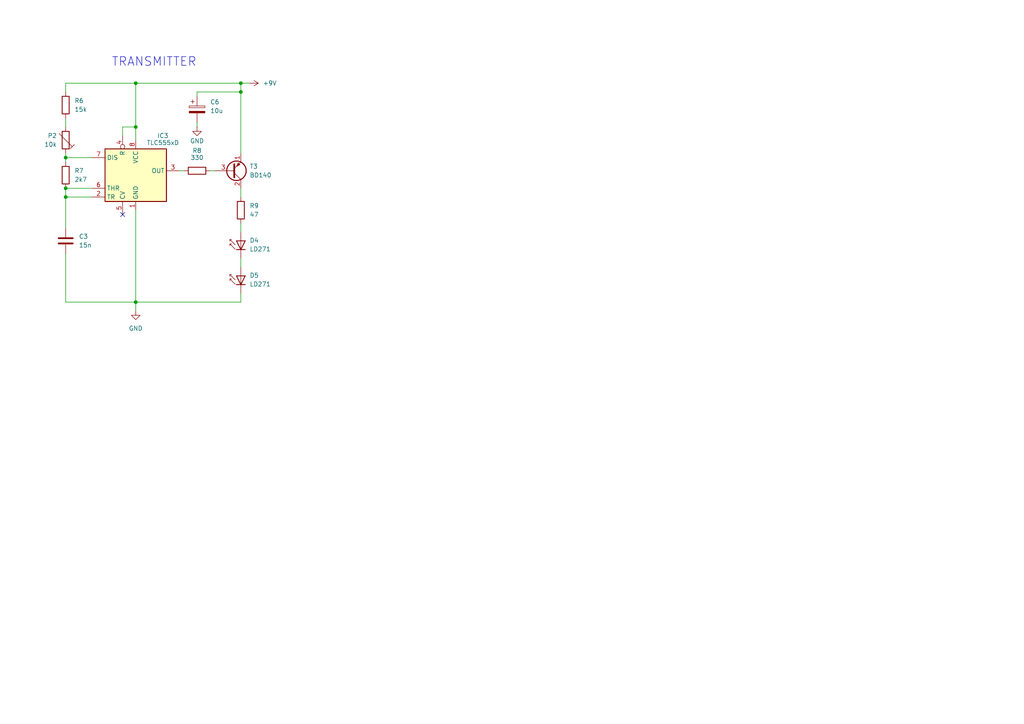
<source format=kicad_sch>
(kicad_sch (version 20231120) (generator "eeschema") (generator_version "8.0")
  (paper "A4")
  (title_block (title "TRANSMITTER") (date "2024-11-19") (rev "1.0") (company "FH Technikum") (comment 1 "Author: Vulovic Marko"))
  (lib_symbols
    (symbol "Device:C" (pin_numbers hide) (pin_names (offset 0.254))
      (property "Reference" "C" (at 0.635 2.54 0))
      (property "Value" "C" (at 0.635 -2.54 0))
      (symbol "C_0_1"
        (polyline (pts (xy -2.032 -0.762) (xy 2.032 -0.762)) (stroke (width 0.508)))
        (polyline (pts (xy -2.032 0.762) (xy 2.032 0.762)) (stroke (width 0.508)))
      )
      (symbol "C_1_1"
        (pin passive line (at 0 3.81 270) (length 2.794) (name "~") (number "1"))
        (pin passive line (at 0 -3.81 90) (length 2.794) (name "~") (number "2"))
      )
    )
    (symbol "Device:C_Polarized" (pin_numbers hide) (pin_names (offset 0.254))
      (property "Reference" "C" (at 0.635 2.54 0))
      (property "Value" "C_Polarized" (at 0.635 -2.54 0))
      (symbol "C_Polarized_0_1"
        (rectangle (start -2.286 0.508) (end 2.286 1.016))
        (polyline (pts (xy -1.778 2.286) (xy -0.762 2.286)))
        (polyline (pts (xy -1.27 2.794) (xy -1.27 1.778)))
        (rectangle (start 2.286 -0.508) (end -2.286 -1.016) (fill (type outline)))
      )
      (symbol "C_Polarized_1_1"
        (pin passive line (at 0 3.81 270) (length 2.794) (name "~") (number "1"))
        (pin passive line (at 0 -3.81 90) (length 2.794) (name "~") (number "2"))
      )
    )
    (symbol "Device:R" (pin_numbers hide) (pin_names (offset 0))
      (property "Reference" "R" (at 2.032 0 90))
      (property "Value" "R" (at 0 0 90))
      (symbol "R_0_1"
        (rectangle (start -1.016 -2.54) (end 1.016 2.54) (stroke (width 0.254)))
      )
      (symbol "R_1_1"
        (pin passive line (at 0 3.81 270) (length 1.27) (name "~") (number "1"))
        (pin passive line (at 0 -3.81 90) (length 1.27) (name "~") (number "2"))
      )
    )
    (symbol "Device:R_Trim" (pin_numbers hide) (pin_names (offset 0))
      (property "Reference" "R" (at 2.54 -2.54 90))
      (property "Value" "R_Trim" (at -2.54 -0.635 90))
      (symbol "R_Trim_0_1"
        (rectangle (start -1.016 -2.54) (end 1.016 2.54) (stroke (width 0.254)))
        (polyline (pts (xy -1.905 -1.905) (xy 1.905 1.905) (xy 2.54 1.27) (xy 1.27 2.54)))
      )
      (symbol "R_Trim_1_1"
        (pin passive line (at 0 3.81 270) (length 1.27) (name "~") (number "1"))
        (pin passive line (at 0 -3.81 90) (length 1.27) (name "~") (number "2"))
      )
    )
    (symbol "LED:LD271" (pin_numbers hide) (pin_names (offset 1.016) hide)
      (property "Reference" "D" (at 0.508 1.778 0))
      (property "Value" "LD271" (at -1.016 -2.794 0))
      (symbol "LD271_0_1"
        (polyline (pts (xy -2.54 1.27) (xy -2.54 -1.27)) (stroke (width 0.254)))
        (polyline (pts (xy 0 0) (xy -2.54 0)))
        (polyline (pts (xy 0.381 3.175) (xy -0.127 3.175)))
        (polyline (pts (xy -1.143 1.651) (xy 0.381 3.175) (xy 0.381 2.667)))
        (polyline (pts (xy 0 -1.27) (xy -2.54 0) (xy 0 1.27) (xy 0 -1.27)) (stroke (width 0.254)))
        (polyline (pts (xy -2.413 1.651) (xy -0.889 3.175) (xy -0.889 2.667) (xy -0.889 3.175) (xy -1.397 3.175)))
      )
      (symbol "LD271_1_1"
        (pin passive line (at -5.08 0 0) (length 2.54) (name "K") (number "1"))
        (pin passive line (at 2.54 0 180) (length 2.54) (name "A") (number "2"))
      )
    )
    (symbol "Timer:TLC555xD"
      (property "Reference" "IC3" (at 2.1941 12.7 0))
      (property "Value" "TLC555xD" (at 2.1941 10.16 0))
      (symbol "TLC555xD_0_0"
        (pin power_in line (at 0 -10.16 90) (length 2.54) (name "GND") (number "1"))
        (pin power_in line (at 0 10.16 270) (length 2.54) (name "VCC") (number "8"))
      )
      (symbol "TLC555xD_0_1"
        (rectangle (start -8.89 -7.62) (end 8.89 7.62) (stroke (width 0.254)) (fill (type background)))
        (rectangle (start -8.89 -7.62) (end 8.89 7.62) (stroke (width 0.254)) (fill (type background)))
      )
      (symbol "TLC555xD_1_1"
        (pin input line (at -12.7 -6.35 0) (length 3.81) (name "TR") (number "2"))
        (pin output line (at 12.7 1.27 180) (length 3.81) (name "OUT") (number "3"))
        (pin input inverted (at -3.81 11.43 270) (length 3.81) (name "R") (number "4"))
        (pin input line (at -3.81 -11.43 90) (length 3.81) (name "CV") (number "5"))
        (pin input line (at -12.7 -3.81 0) (length 3.81) (name "THR") (number "6"))
        (pin input line (at -12.7 5.08 0) (length 3.81) (name "DIS") (number "7"))
      )
    )
    (symbol "Transistor_BJT:BD140" (pin_names (offset 0) hide)
      (property "Reference" "Q" (at 5.08 1.905 0))
      (property "Value" "BD140" (at 5.08 0 0))
      (symbol "BD140_0_1"
        (polyline (pts (xy 0 0) (xy 0.635 0)))
        (polyline (pts (xy 2.54 -2.54) (xy 0.635 -0.635)))
        (polyline (pts (xy 2.54 2.54) (xy 0.635 0.635)))
        (polyline (pts (xy 0.635 1.905) (xy 0.635 -1.905) (xy 0.635 -1.905)) (stroke (width 0.508)) (fill (type outline)))
        (polyline (pts (xy 1.778 -2.286) (xy 2.286 -1.778) (xy 1.27 -1.27) (xy 1.778 -2.286) (xy 1.778 -2.286)) (fill (type outline)))
        (circle (center 1.27 0) (radius 2.8194) (stroke (width 0.3048)))
      )
      (symbol "BD140_1_1"
        (pin passive line (at 2.54 -5.08 90) (length 2.54) (name "E") (number "1"))
        (pin passive line (at 2.54 5.08 270) (length 2.54) (name "C") (number "2"))
        (pin input line (at -5.08 0 0) (length 5.08) (name "B") (number "3"))
      )
    )
    (symbol "power:+9V" (power) (pin_numbers hide) (pin_names (offset 0) hide)
      (property "Value" "+9V" (at 0 3.556 0))
      (symbol "+9V_0_1"
        (polyline (pts (xy -0.762 1.27) (xy 0 2.54)))
        (polyline (pts (xy 0 0) (xy 0 2.54)))
        (polyline (pts (xy 0 2.54) (xy 0.762 1.27)))
      )
      (symbol "+9V_1_1"
        (pin power_in line (at 0 0 90) (length 0) (name "~") (number "1"))
      )
    )
    (symbol "power:GND" (power) (pin_numbers hide) (pin_names (offset 0) hide)
      (property "Value" "GND" (at 0 -3.81 0))
      (symbol "GND_0_1"
        (polyline (pts (xy 0 0) (xy 0 -1.27) (xy 1.27 -1.27) (xy 0 -2.54) (xy -1.27 -1.27) (xy 0 -1.27)))
      )
      (symbol "GND_1_1"
        (pin power_in line (at 0 0 270) (length 0) (name "~") (number "1"))
      )
    )
  )
  (junction (at 69.85 26.67))
  (junction (at 39.37 24.13))
  (junction (at 19.05 45.72))
  (junction (at 39.37 36.83))
  (junction (at 39.37 87.63))
  (junction (at 19.05 54.61))
  (junction (at 69.85 24.13))
  (junction (at 19.05 57.15))
  (no_connect (at 35.56 62.23))
  (wire (pts (xy 19.05 73.66) (xy 19.05 87.63)))
  (wire (pts (xy 57.15 26.67) (xy 57.15 27.94)))
  (wire (pts (xy 39.37 87.63) (xy 69.85 87.63)))
  (wire (pts (xy 52.07 49.53) (xy 53.34 49.53)))
  (wire (pts (xy 39.37 36.83) (xy 39.37 24.13)))
  (wire (pts (xy 69.85 54.61) (xy 69.85 57.15)))
  (wire (pts (xy 35.56 36.83) (xy 39.37 36.83)))
  (wire (pts (xy 39.37 87.63) (xy 39.37 90.17)))
  (wire (pts (xy 69.85 64.77) (xy 69.85 67.31)))
  (wire (pts (xy 69.85 26.67) (xy 57.15 26.67)))
  (wire (pts (xy 19.05 45.72) (xy 19.05 44.45)))
  (wire (pts (xy 19.05 45.72) (xy 19.05 46.99)))
  (wire (pts (xy 39.37 24.13) (xy 69.85 24.13)))
  (wire (pts (xy 19.05 24.13) (xy 19.05 26.67)))
  (wire (pts (xy 19.05 87.63) (xy 39.37 87.63)))
  (wire (pts (xy 69.85 24.13) (xy 72.39 24.13)))
  (wire (pts (xy 19.05 54.61) (xy 26.67 54.61)))
  (wire (pts (xy 57.15 35.56) (xy 57.15 36.83)))
  (wire (pts (xy 69.85 24.13) (xy 69.85 26.67)))
  (wire (pts (xy 69.85 26.67) (xy 69.85 44.45)))
  (wire (pts (xy 19.05 34.29) (xy 19.05 36.83)))
  (wire (pts (xy 35.56 39.37) (xy 35.56 36.83)))
  (wire (pts (xy 60.96 49.53) (xy 62.23 49.53)))
  (wire (pts (xy 69.85 74.93) (xy 69.85 77.47)))
  (wire (pts (xy 19.05 57.15) (xy 26.67 57.15)))
  (wire (pts (xy 19.05 45.72) (xy 26.67 45.72)))
  (wire (pts (xy 39.37 60.96) (xy 39.37 87.63)))
  (wire (pts (xy 39.37 24.13) (xy 19.05 24.13)))
  (wire (pts (xy 19.05 57.15) (xy 19.05 66.04)))
  (wire (pts (xy 19.05 54.61) (xy 19.05 57.15)))
  (wire (pts (xy 69.85 87.63) (xy 69.85 85.09)))
  (wire (pts (xy 39.37 36.83) (xy 39.37 40.64)))
  (text "TRANSMITTER\n" (at 44.704 18.034 0) (effects (font (size 2.54 2.54))))
  (symbol (lib_id "Transistor_BJT:BD140") (at 67.31 49.53 0) (mirror x) (unit 1)
    (property "Reference" "T3" (at 72.39 48.2599 0) (effects (justify left)))
    (property "Value" "BD140" (at 72.39 50.7999 0) (effects (justify left)))
    (property "Footprint" "Package_TO_SOT_THT:TO-126-3_Vertical" (effects (hide yes)))
    (property "Datasheet" "http://www.st.com/internet/com/TECHNICAL_RESOURCES/TECHNICAL_LITERATURE/DATASHEET/CD00001225.pdf" (effects (hide yes)))
    (property "Description" "1.5A Ic, 80V Vce, Low Voltage Transistor, TO-126" (effects (hide yes)))
  )
  (symbol (lib_id "LED:LD271") (at 69.85 69.85 90) (unit 1)
    (property "Reference" "D4" (at 72.39 69.7229 90) (effects (justify right)))
    (property "Value" "LD271" (at 72.39 72.2629 90) (effects (justify right)))
    (property "Footprint" "LED_THT:LED_D5.0mm_IRGrey" (effects (hide yes)))
    (property "Datasheet" "http://www.alliedelec.com/m/d/40788c34903a719969df15f1fbea1056.pdf" (effects (hide yes)))
    (property "Description" "940nm IR-LED, 5mm" (effects (hide yes)))
  )
  (symbol (lib_id "power:+9V") (at 72.39 24.13 270) (unit 1)
    (property "Reference" "#PWR06" (effects (hide yes)))
    (property "Value" "+9V" (at 76.2 24.1299 90) (effects (justify left)))
    (property "Description" "Power symbol creates a global label with name \"+9V\"" (effects (hide yes)))
  )
  (symbol (lib_id "Device:R_Trim") (at 19.05 40.64 0) (mirror x) (unit 1)
    (property "Reference" "P2" (at 16.51 39.3699 0) (effects (justify right)))
    (property "Value" "10k" (at 16.51 41.9099 0) (effects (justify right)))
    (property "Description" "Trimmable resistor (preset resistor)" (effects (hide yes)))
  )
  (symbol (lib_id "power:GND") (at 57.15 36.83 0) (unit 1)
    (property "Reference" "#PWR05" (effects (hide yes)))
    (property "Value" "GND" (at 57.15 40.894 0))
    (property "Description" "Power symbol creates a global label with name \"GND\" , ground" (effects (hide yes)))
  )
  (symbol (lib_id "Device:C") (at 19.05 69.85 0) (unit 1)
    (property "Reference" "C3" (at 22.86 68.5799 0) (effects (justify left)))
    (property "Value" "15n" (at 22.86 71.1199 0) (effects (justify left)))
    (property "Description" "Unpolarized capacitor" (effects (hide yes)))
  )
  (symbol (lib_id "Device:R") (at 57.15 49.53 90) (unit 1)
    (property "Reference" "R8" (at 57.15 43.688 90))
    (property "Value" "330" (at 57.15 45.72 90))
    (property "Description" "Resistor" (effects (hide yes)))
  )
  (symbol (lib_id "LED:LD271") (at 69.85 80.01 90) (unit 1)
    (property "Reference" "D5" (at 72.39 79.8829 90) (effects (justify right)))
    (property "Value" "LD271" (at 72.39 82.4229 90) (effects (justify right)))
    (property "Footprint" "LED_THT:LED_D5.0mm_IRGrey" (effects (hide yes)))
    (property "Datasheet" "http://www.alliedelec.com/m/d/40788c34903a719969df15f1fbea1056.pdf" (effects (hide yes)))
    (property "Description" "940nm IR-LED, 5mm" (effects (hide yes)))
  )
  (symbol (lib_id "power:GND") (at 39.37 90.17 0) (unit 1)
    (property "Reference" "#PWR04" (effects (hide yes)))
    (property "Value" "GND" (at 39.37 95.25 0))
    (property "Description" "Power symbol creates a global label with name \"GND\" , ground" (effects (hide yes)))
  )
  (symbol (lib_id "Device:R") (at 19.05 30.48 0) (unit 1)
    (property "Reference" "R6" (at 21.59 29.2099 0) (effects (justify left)))
    (property "Value" "15k" (at 21.59 31.7499 0) (effects (justify left)))
    (property "Description" "Resistor" (effects (hide yes)))
  )
  (symbol (lib_id "Device:C_Polarized") (at 57.15 31.75 0) (unit 1)
    (property "Reference" "C6" (at 60.96 29.5909 0) (effects (justify left)))
    (property "Value" "10u" (at 60.96 32.1309 0) (effects (justify left)))
    (property "Description" "Polarized capacitor" (effects (hide yes)))
  )
  (symbol (lib_id "Device:R") (at 69.85 60.96 0) (unit 1)
    (property "Reference" "R9" (at 72.39 59.6899 0) (effects (justify left)))
    (property "Value" "47" (at 72.39 62.2299 0) (effects (justify left)))
    (property "Description" "Resistor" (effects (hide yes)))
  )
  (symbol (lib_id "Timer:TLC555xD") (at 39.37 50.8 0) (unit 1)
    (property "Reference" "IC3" (at 47.244 39.37 0))
    (property "Value" "TLC555xD" (at 47.244 41.402 0))
    (property "Footprint" "Package_SO:SOIC-8_3.9x4.9mm_P1.27mm" (effects (hide yes)))
    (property "Datasheet" "http://www.ti.com/lit/ds/symlink/tlc555.pdf" (effects (hide yes)))
    (property "Description" "Single LinCMOS Timer, 555 compatible, SOIC-8" (effects (hide yes)))
  )
  (symbol (lib_id "Device:R") (at 19.05 50.8 0) (unit 1)
    (property "Reference" "R7" (at 21.59 49.5299 0) (effects (justify left)))
    (property "Value" "2k7" (at 21.59 52.0699 0) (effects (justify left)))
    (property "Description" "Resistor" (effects (hide yes)))
  )
)
</source>
